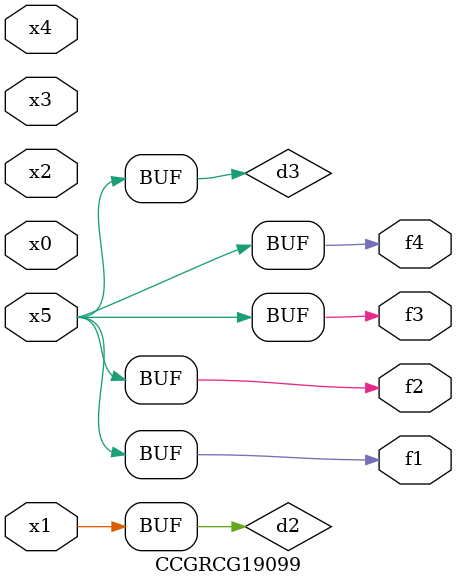
<source format=v>
module CCGRCG19099(
	input x0, x1, x2, x3, x4, x5,
	output f1, f2, f3, f4
);

	wire d1, d2, d3;

	not (d1, x5);
	or (d2, x1);
	xnor (d3, d1);
	assign f1 = d3;
	assign f2 = d3;
	assign f3 = d3;
	assign f4 = d3;
endmodule

</source>
